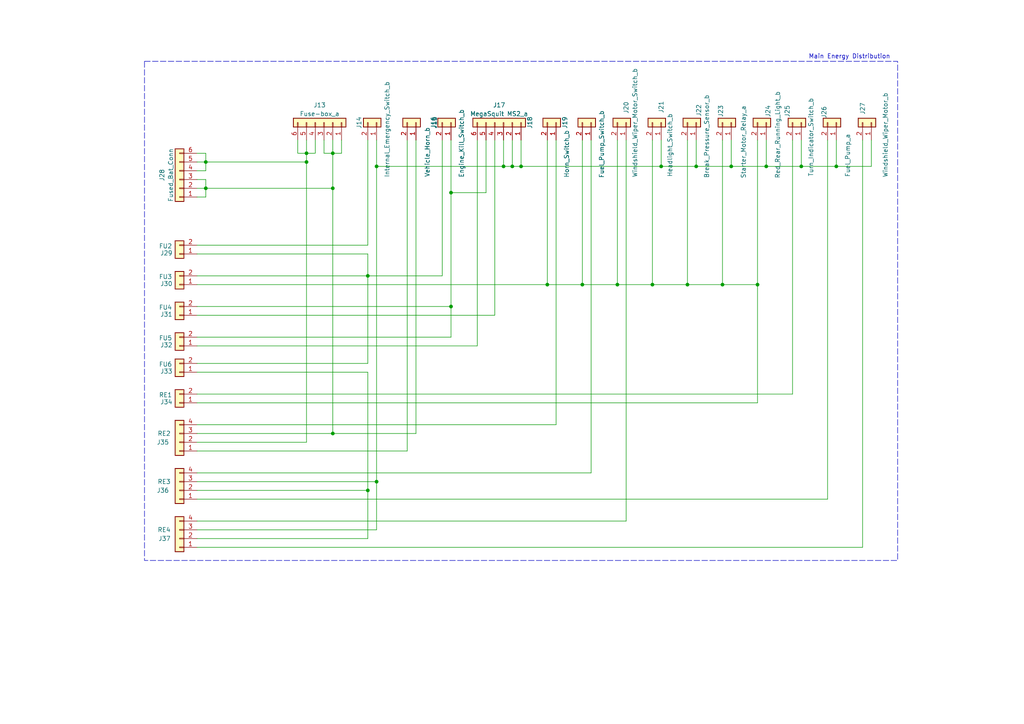
<source format=kicad_sch>
(kicad_sch (version 20250114) (generator "eeschema") (generator_version "9.0")
  (paper "A4")
  (title_block (date "2025-03-21") (rev "V1.0.0"))
  (lib_symbols
    (symbol "Connector_Generic:Conn_01x02" (pin_names (offset 1.016) (hide yes))
      (property "Reference" "J" (at 0 2.54 0))
      (property "Value" "Conn_01x02" (at 0 -5.08 0))
      (symbol "Conn_01x02_1_1"
        (rectangle (start -1.27 1.27) (end 1.27 -3.81) (stroke (width 0.254)) (fill (type background)))
        (rectangle (start -1.27 0.127) (end 0 -0.127) (stroke (width 0.1524)))
        (rectangle (start -1.27 -2.413) (end 0 -2.667) (stroke (width 0.1524)))
        (pin passive line (at -5.08 0 0) (length 3.81) (name "Pin_1") (number "1"))
        (pin passive line (at -5.08 -2.54 0) (length 3.81) (name "Pin_2") (number "2"))
      )
    )
    (symbol "Connector_Generic:Conn_01x04" (pin_names (offset 1.016) (hide yes))
      (property "Reference" "J" (at 0 5.08 0))
      (property "Value" "Conn_01x04" (at 0 -7.62 0))
      (symbol "Conn_01x04_1_1"
        (rectangle (start -1.27 3.81) (end 1.27 -6.35) (stroke (width 0.254)) (fill (type background)))
        (rectangle (start -1.27 2.667) (end 0 2.413) (stroke (width 0.1524)))
        (rectangle (start -1.27 0.127) (end 0 -0.127) (stroke (width 0.1524)))
        (rectangle (start -1.27 -2.413) (end 0 -2.667) (stroke (width 0.1524)))
        (rectangle (start -1.27 -4.953) (end 0 -5.207) (stroke (width 0.1524)))
        (pin passive line (at -5.08 2.54 0) (length 3.81) (name "Pin_1") (number "1"))
        (pin passive line (at -5.08 0 0) (length 3.81) (name "Pin_2") (number "2"))
        (pin passive line (at -5.08 -2.54 0) (length 3.81) (name "Pin_3") (number "3"))
        (pin passive line (at -5.08 -5.08 0) (length 3.81) (name "Pin_4") (number "4"))
      )
    )
    (symbol "Connector_Generic:Conn_01x06" (pin_names (offset 1.016) (hide yes))
      (property "Reference" "J" (at 0 7.62 0))
      (property "Value" "Conn_01x06" (at 0 -10.16 0))
      (symbol "Conn_01x06_1_1"
        (rectangle (start -1.27 6.35) (end 1.27 -8.89) (stroke (width 0.254)) (fill (type background)))
        (rectangle (start -1.27 5.207) (end 0 4.953) (stroke (width 0.1524)))
        (rectangle (start -1.27 2.667) (end 0 2.413) (stroke (width 0.1524)))
        (rectangle (start -1.27 0.127) (end 0 -0.127) (stroke (width 0.1524)))
        (rectangle (start -1.27 -2.413) (end 0 -2.667) (stroke (width 0.1524)))
        (rectangle (start -1.27 -4.953) (end 0 -5.207) (stroke (width 0.1524)))
        (rectangle (start -1.27 -7.493) (end 0 -7.747) (stroke (width 0.1524)))
        (pin passive line (at -5.08 5.08 0) (length 3.81) (name "Pin_1") (number "1"))
        (pin passive line (at -5.08 2.54 0) (length 3.81) (name "Pin_2") (number "2"))
        (pin passive line (at -5.08 0 0) (length 3.81) (name "Pin_3") (number "3"))
        (pin passive line (at -5.08 -2.54 0) (length 3.81) (name "Pin_4") (number "4"))
        (pin passive line (at -5.08 -5.08 0) (length 3.81) (name "Pin_5") (number "5"))
        (pin passive line (at -5.08 -7.62 0) (length 3.81) (name "Pin_6") (number "6"))
      )
    )
  )
  (rectangle (start 41.91 17.78) (end 260.35 162.56) (stroke (width 0) (type dash)))
  (text "Main Energy Distribution" (at 246.38 16.51 0) (effects (font (size 1.27 1.27))))
  (junction (at 151.13 48.26))
  (junction (at 106.68 80.01))
  (junction (at 242.57 48.26))
  (junction (at 222.25 48.26))
  (junction (at 179.07 82.55))
  (junction (at 191.77 48.26))
  (junction (at 189.23 82.55))
  (junction (at 88.9 44.45))
  (junction (at 209.55 82.55))
  (junction (at 219.71 82.55))
  (junction (at 146.05 48.26))
  (junction (at 168.91 82.55))
  (junction (at 109.22 48.26))
  (junction (at 106.68 142.24))
  (junction (at 130.81 55.88))
  (junction (at 158.75 82.55))
  (junction (at 148.59 48.26))
  (junction (at 201.93 48.26))
  (junction (at 96.52 125.73))
  (junction (at 130.81 88.9))
  (junction (at 232.41 48.26))
  (junction (at 212.09 48.26))
  (junction (at 199.39 82.55))
  (junction (at 59.69 54.61))
  (junction (at 109.22 139.7))
  (junction (at 96.52 44.45))
  (junction (at 59.69 46.99))
  (junction (at 88.9 46.99))
  (junction (at 96.52 54.61))
  (wire (pts (xy 191.77 40.64) (xy 191.77 48.26)))
  (wire (pts (xy 179.07 40.64) (xy 179.07 82.55)))
  (wire (pts (xy 59.69 54.61) (xy 96.52 54.61)))
  (wire (pts (xy 232.41 40.64) (xy 232.41 48.26)))
  (wire (pts (xy 57.15 142.24) (xy 106.68 142.24)))
  (wire (pts (xy 128.27 40.64) (xy 128.27 80.01)))
  (wire (pts (xy 219.71 116.84) (xy 219.71 82.55)))
  (wire (pts (xy 106.68 40.64) (xy 106.68 71.12)))
  (wire (pts (xy 130.81 40.64) (xy 130.81 55.88)))
  (wire (pts (xy 250.19 40.64) (xy 250.19 158.75)))
  (wire (pts (xy 240.03 40.64) (xy 240.03 144.78)))
  (wire (pts (xy 57.15 82.55) (xy 158.75 82.55)))
  (wire (pts (xy 59.69 52.07) (xy 59.69 54.61)))
  (wire (pts (xy 106.68 107.95) (xy 106.68 142.24)))
  (wire (pts (xy 171.45 40.64) (xy 171.45 137.16)))
  (wire (pts (xy 179.07 82.55) (xy 189.23 82.55)))
  (wire (pts (xy 57.15 158.75) (xy 250.19 158.75)))
  (wire (pts (xy 212.09 48.26) (xy 222.25 48.26)))
  (wire (pts (xy 99.06 40.64) (xy 99.06 44.45)))
  (wire (pts (xy 57.15 151.13) (xy 181.61 151.13)))
  (wire (pts (xy 199.39 82.55) (xy 209.55 82.55)))
  (wire (pts (xy 140.97 40.64) (xy 140.97 55.88)))
  (wire (pts (xy 106.68 80.01) (xy 128.27 80.01)))
  (wire (pts (xy 57.15 73.66) (xy 106.68 73.66)))
  (wire (pts (xy 140.97 55.88) (xy 130.81 55.88)))
  (wire (pts (xy 151.13 40.64) (xy 151.13 48.26)))
  (wire (pts (xy 212.09 40.64) (xy 212.09 48.26)))
  (wire (pts (xy 88.9 40.64) (xy 88.9 44.45)))
  (wire (pts (xy 219.71 40.64) (xy 219.71 82.55)))
  (wire (pts (xy 109.22 48.26) (xy 109.22 139.7)))
  (wire (pts (xy 148.59 40.64) (xy 148.59 48.26)))
  (wire (pts (xy 252.73 40.64) (xy 252.73 48.26)))
  (wire (pts (xy 168.91 40.64) (xy 168.91 82.55)))
  (wire (pts (xy 146.05 40.64) (xy 146.05 48.26)))
  (wire (pts (xy 59.69 46.99) (xy 88.9 46.99)))
  (wire (pts (xy 106.68 105.41) (xy 57.15 105.41)))
  (wire (pts (xy 57.15 91.44) (xy 143.51 91.44)))
  (wire (pts (xy 57.15 54.61) (xy 59.69 54.61)))
  (wire (pts (xy 120.65 40.64) (xy 120.65 125.73)))
  (wire (pts (xy 199.39 40.64) (xy 199.39 82.55)))
  (wire (pts (xy 148.59 48.26) (xy 151.13 48.26)))
  (wire (pts (xy 57.15 137.16) (xy 171.45 137.16)))
  (wire (pts (xy 96.52 54.61) (xy 96.52 125.73)))
  (wire (pts (xy 57.15 130.81) (xy 118.11 130.81)))
  (wire (pts (xy 86.36 40.64) (xy 86.36 44.45)))
  (wire (pts (xy 59.69 44.45) (xy 59.69 46.99)))
  (wire (pts (xy 158.75 82.55) (xy 168.91 82.55)))
  (wire (pts (xy 57.15 125.73) (xy 96.52 125.73)))
  (wire (pts (xy 201.93 40.64) (xy 201.93 48.26)))
  (wire (pts (xy 59.69 54.61) (xy 59.69 57.15)))
  (wire (pts (xy 158.75 40.64) (xy 158.75 82.55)))
  (wire (pts (xy 57.15 139.7) (xy 109.22 139.7)))
  (wire (pts (xy 138.43 40.64) (xy 138.43 100.33)))
  (wire (pts (xy 57.15 44.45) (xy 59.69 44.45)))
  (wire (pts (xy 57.15 144.78) (xy 240.03 144.78)))
  (wire (pts (xy 229.87 40.64) (xy 229.87 114.3)))
  (wire (pts (xy 146.05 48.26) (xy 148.59 48.26)))
  (wire (pts (xy 189.23 40.64) (xy 189.23 82.55)))
  (wire (pts (xy 109.22 40.64) (xy 109.22 48.26)))
  (wire (pts (xy 242.57 40.64) (xy 242.57 48.26)))
  (wire (pts (xy 59.69 46.99) (xy 59.69 49.53)))
  (wire (pts (xy 88.9 44.45) (xy 91.44 44.45)))
  (wire (pts (xy 57.15 88.9) (xy 130.81 88.9)))
  (wire (pts (xy 57.15 71.12) (xy 106.68 71.12)))
  (wire (pts (xy 88.9 44.45) (xy 88.9 46.99)))
  (wire (pts (xy 57.15 52.07) (xy 59.69 52.07)))
  (wire (pts (xy 106.68 142.24) (xy 106.68 156.21)))
  (wire (pts (xy 106.68 73.66) (xy 106.68 80.01)))
  (wire (pts (xy 232.41 48.26) (xy 242.57 48.26)))
  (wire (pts (xy 96.52 44.45) (xy 96.52 54.61)))
  (wire (pts (xy 96.52 44.45) (xy 99.06 44.45)))
  (wire (pts (xy 57.15 97.79) (xy 130.81 97.79)))
  (wire (pts (xy 91.44 40.64) (xy 91.44 44.45)))
  (wire (pts (xy 96.52 125.73) (xy 120.65 125.73)))
  (wire (pts (xy 57.15 46.99) (xy 59.69 46.99)))
  (wire (pts (xy 93.98 40.64) (xy 93.98 44.45)))
  (wire (pts (xy 57.15 80.01) (xy 106.68 80.01)))
  (wire (pts (xy 57.15 116.84) (xy 219.71 116.84)))
  (wire (pts (xy 57.15 114.3) (xy 229.87 114.3)))
  (wire (pts (xy 242.57 48.26) (xy 252.73 48.26)))
  (wire (pts (xy 59.69 57.15) (xy 57.15 57.15)))
  (wire (pts (xy 201.93 48.26) (xy 212.09 48.26)))
  (wire (pts (xy 222.25 40.64) (xy 222.25 48.26)))
  (wire (pts (xy 57.15 123.19) (xy 161.29 123.19)))
  (wire (pts (xy 209.55 82.55) (xy 219.71 82.55)))
  (wire (pts (xy 181.61 40.64) (xy 181.61 151.13)))
  (wire (pts (xy 57.15 128.27) (xy 88.9 128.27)))
  (wire (pts (xy 118.11 40.64) (xy 118.11 130.81)))
  (wire (pts (xy 57.15 153.67) (xy 109.22 153.67)))
  (wire (pts (xy 209.55 40.64) (xy 209.55 82.55)))
  (wire (pts (xy 191.77 48.26) (xy 201.93 48.26)))
  (wire (pts (xy 96.52 40.64) (xy 96.52 44.45)))
  (wire (pts (xy 151.13 48.26) (xy 191.77 48.26)))
  (wire (pts (xy 222.25 48.26) (xy 232.41 48.26)))
  (wire (pts (xy 57.15 156.21) (xy 106.68 156.21)))
  (wire (pts (xy 161.29 40.64) (xy 161.29 123.19)))
  (wire (pts (xy 130.81 97.79) (xy 130.81 88.9)))
  (wire (pts (xy 57.15 100.33) (xy 138.43 100.33)))
  (wire (pts (xy 57.15 107.95) (xy 106.68 107.95)))
  (wire (pts (xy 88.9 46.99) (xy 88.9 128.27)))
  (wire (pts (xy 86.36 44.45) (xy 88.9 44.45)))
  (wire (pts (xy 143.51 40.64) (xy 143.51 91.44)))
  (wire (pts (xy 93.98 44.45) (xy 96.52 44.45)))
  (wire (pts (xy 130.81 55.88) (xy 130.81 88.9)))
  (wire (pts (xy 106.68 80.01) (xy 106.68 105.41)))
  (wire (pts (xy 59.69 49.53) (xy 57.15 49.53)))
  (wire (pts (xy 109.22 48.26) (xy 146.05 48.26)))
  (wire (pts (xy 168.91 82.55) (xy 179.07 82.55)))
  (wire (pts (xy 189.23 82.55) (xy 199.39 82.55)))
  (wire (pts (xy 109.22 139.7) (xy 109.22 153.67)))
  (symbol (lib_id "Connector_Generic:Conn_01x04") (at 52.07 142.24 180) (unit 1)
    (property "Reference" "J36" (at 47.244 142.24 0))
    (property "Value" "RE3" (at 49.53 139.7001 0) (effects (justify left)))
    (property "Description" "Generic connector, single row, 01x04, script generated (kicad-library-utils/schlib/autogen/connector/)" (effects (hide yes)))
  )
  (symbol (lib_id "Connector_Generic:Conn_01x02") (at 52.07 116.84 180) (unit 1)
    (property "Reference" "J34" (at 48.26 116.586 0))
    (property "Value" "RE1" (at 48.006 114.554 0))
    (property "Description" "Generic connector, single row, 01x02, script generated (kicad-library-utils/schlib/autogen/connector/)" (effects (hide yes)))
  )
  (symbol (lib_id "Connector_Generic:Conn_01x06") (at 93.98 35.56 270) (mirror x) (unit 1)
    (property "Reference" "J13" (at 92.71 30.48 90))
    (property "Value" "Fuse-box_a" (at 92.71 33.02 90))
    (property "Description" "Generic connector, single row, 01x06, script generated (kicad-library-utils/schlib/autogen/connector/)" (effects (hide yes)))
  )
  (symbol (lib_id "Connector_Generic:Conn_01x06") (at 146.05 35.56 270) (mirror x) (unit 1)
    (property "Reference" "J17" (at 144.78 30.48 90))
    (property "Value" "MegaSquit MS2_a" (at 144.78 33.02 90))
    (property "Description" "Generic connector, single row, 01x06, script generated (kicad-library-utils/schlib/autogen/connector/)" (effects (hide yes)))
  )
  (symbol (lib_id "Connector_Generic:Conn_01x02") (at 171.45 35.56 270) (mirror x) (unit 1)
    (property "Reference" "J19" (at 163.83 35.56 0))
    (property "Value" "Fuel_Pump_Switch_b" (at 174.498 41.8306 0))
    (property "Description" "Generic connector, single row, 01x02, script generated (kicad-library-utils/schlib/autogen/connector/)" (effects (hide yes)))
  )
  (symbol (lib_id "Connector_Generic:Conn_01x02") (at 109.22 35.56 270) (mirror x) (unit 1)
    (property "Reference" "J14" (at 104.14 35.56 0))
    (property "Value" "Internal_Emergency_Switch_b" (at 112.268 37.5126 0))
    (property "Description" "Generic connector, single row, 01x02, script generated (kicad-library-utils/schlib/autogen/connector/)" (effects (hide yes)))
  )
  (symbol (lib_id "Connector_Generic:Conn_01x02") (at 52.07 73.66 180) (unit 1)
    (property "Reference" "J29" (at 48.26 73.406 0))
    (property "Value" "FU2" (at 48.006 71.374 0))
    (property "Description" "Generic connector, single row, 01x02, script generated (kicad-library-utils/schlib/autogen/connector/)" (effects (hide yes)))
  )
  (symbol (lib_id "Connector_Generic:Conn_01x02") (at 52.07 82.55 180) (unit 1)
    (property "Reference" "J30" (at 48.26 82.296 0))
    (property "Value" "FU3" (at 48.006 80.264 0))
    (property "Description" "Generic connector, single row, 01x02, script generated (kicad-library-utils/schlib/autogen/connector/)" (effects (hide yes)))
  )
  (symbol (lib_id "Connector_Generic:Conn_01x04") (at 52.07 156.21 180) (unit 1)
    (property "Reference" "J37" (at 49.53 156.2101 0) (effects (justify left)))
    (property "Value" "RE4" (at 49.53 153.6701 0) (effects (justify left)))
    (property "Description" "Generic connector, single row, 01x04, script generated (kicad-library-utils/schlib/autogen/connector/)" (effects (hide yes)))
  )
  (symbol (lib_id "Connector_Generic:Conn_01x02") (at 52.07 107.95 180) (unit 1)
    (property "Reference" "J33" (at 48.26 107.696 0))
    (property "Value" "FU6" (at 48.006 105.664 0))
    (property "Description" "Generic connector, single row, 01x02, script generated (kicad-library-utils/schlib/autogen/connector/)" (effects (hide yes)))
  )
  (symbol (lib_id "Connector_Generic:Conn_01x02") (at 201.93 35.56 270) (mirror x) (unit 1)
    (property "Reference" "J22" (at 202.692 32.004 0))
    (property "Value" "Break_Pressure_Sensor_b" (at 204.978 39.5446 0))
    (property "Description" "Generic connector, single row, 01x02, script generated (kicad-library-utils/schlib/autogen/connector/)" (effects (hide yes)))
  )
  (symbol (lib_id "Connector_Generic:Conn_01x02") (at 130.81 35.56 270) (mirror x) (unit 1)
    (property "Reference" "J16" (at 125.73 35.56 0))
    (property "Value" "Engine_Kill_Switch_b" (at 133.858 41.5766 0))
    (property "Description" "Generic connector, single row, 01x02, script generated (kicad-library-utils/schlib/autogen/connector/)" (effects (hide yes)))
  )
  (symbol (lib_id "Connector_Generic:Conn_01x02") (at 120.65 35.56 270) (mirror x) (unit 1)
    (property "Reference" "J15" (at 126.0559 35.56 0))
    (property "Value" "Vehicle_Horn_b" (at 123.952 44.1166 0))
    (property "Description" "Generic connector, single row, 01x02, script generated (kicad-library-utils/schlib/autogen/connector/)" (effects (hide yes)))
  )
  (symbol (lib_id "Connector_Generic:Conn_01x02") (at 52.07 100.33 180) (unit 1)
    (property "Reference" "J32" (at 48.26 100.076 0))
    (property "Value" "FU5" (at 48.006 98.044 0))
    (property "Description" "Generic connector, single row, 01x02, script generated (kicad-library-utils/schlib/autogen/connector/)" (effects (hide yes)))
  )
  (symbol (lib_id "Connector_Generic:Conn_01x02") (at 222.25 35.56 270) (mirror x) (unit 1)
    (property "Reference" "J24" (at 222.758 34.036 0) (effects (justify left)))
    (property "Value" "Red_Rear_Running_Light_b" (at 225.552 51.7366 0) (effects (justify left)))
    (property "Description" "Generic connector, single row, 01x02, script generated (kicad-library-utils/schlib/autogen/connector/)" (effects (hide yes)))
  )
  (symbol (lib_id "Connector_Generic:Conn_01x02") (at 212.09 35.56 270) (mirror x) (unit 1)
    (property "Reference" "J23" (at 209.042 34.036 0) (effects (justify left)))
    (property "Value" "Starter_Motor_Relay_a" (at 215.646 51.7366 0) (effects (justify left)))
    (property "Description" "Generic connector, single row, 01x02, script generated (kicad-library-utils/schlib/autogen/connector/)" (effects (hide yes)))
  )
  (symbol (lib_id "Connector_Generic:Conn_01x02") (at 232.41 35.56 270) (mirror x) (unit 1)
    (property "Reference" "J25" (at 228.346 32.258 0))
    (property "Value" "Turn_Indicator_Switch_b" (at 235.204 39.7986 0))
    (property "Description" "Generic connector, single row, 01x02, script generated (kicad-library-utils/schlib/autogen/connector/)" (effects (hide yes)))
  )
  (symbol (lib_id "Connector_Generic:Conn_01x02") (at 52.07 91.44 180) (unit 1)
    (property "Reference" "J31" (at 48.26 91.186 0))
    (property "Value" "FU4" (at 48.006 89.154 0))
    (property "Description" "Generic connector, single row, 01x02, script generated (kicad-library-utils/schlib/autogen/connector/)" (effects (hide yes)))
  )
  (symbol (lib_id "Connector_Generic:Conn_01x06") (at 52.07 52.07 180) (unit 1)
    (property "Reference" "J28" (at 46.99 50.8 90))
    (property "Value" "Fused_Bat_Conn" (at 49.53 50.8 90))
    (property "Description" "Generic connector, single row, 01x06, script generated (kicad-library-utils/schlib/autogen/connector/)" (effects (hide yes)))
  )
  (symbol (lib_id "Connector_Generic:Conn_01x02") (at 242.57 35.56 270) (mirror x) (unit 1)
    (property "Reference" "J26" (at 239.014 30.734 0) (effects (justify right)))
    (property "Value" "Fuel_Pump_a" (at 245.872 38.7826 0) (effects (justify right)))
    (property "Description" "Generic connector, single row, 01x02, script generated (kicad-library-utils/schlib/autogen/connector/)" (effects (hide yes)))
  )
  (symbol (lib_id "Connector_Generic:Conn_01x04") (at 52.07 128.27 180) (unit 1)
    (property "Reference" "J35" (at 47.244 128.27 0))
    (property "Value" "RE2" (at 49.53 125.7301 0) (effects (justify left)))
    (property "Description" "Generic connector, single row, 01x04, script generated (kicad-library-utils/schlib/autogen/connector/)" (effects (hide yes)))
  )
  (symbol (lib_id "Connector_Generic:Conn_01x02") (at 161.29 35.56 270) (mirror x) (unit 1)
    (property "Reference" "J18" (at 153.67 35.56 0))
    (property "Value" "Horn_Switch_b" (at 164.338 44.6246 0))
    (property "Description" "Generic connector, single row, 01x02, script generated (kicad-library-utils/schlib/autogen/connector/)" (effects (hide yes)))
  )
  (symbol (lib_id "Connector_Generic:Conn_01x02") (at 252.73 35.56 270) (mirror x) (unit 1)
    (property "Reference" "J27" (at 250.19 33.274 0) (effects (justify left)))
    (property "Value" "Windshield_Wiper_Motor_b" (at 256.794 51.4826 0) (effects (justify left)))
    (property "Description" "Generic connector, single row, 01x02, script generated (kicad-library-utils/schlib/autogen/connector/)" (effects (hide yes)))
  )
  (symbol (lib_id "Connector_Generic:Conn_01x02") (at 191.77 35.56 270) (mirror x) (unit 1)
    (property "Reference" "J21" (at 191.7701 32.8454 0) (effects (justify left)))
    (property "Value" "Headlight_Switch_b" (at 194.31 51.308 0) (effects (justify left)))
    (property "Description" "Generic connector, single row, 01x02, script generated (kicad-library-utils/schlib/autogen/connector/)" (effects (hide yes)))
  )
  (symbol (lib_id "Connector_Generic:Conn_01x02") (at 181.61 35.56 270) (mirror x) (unit 1)
    (property "Reference" "J20" (at 181.6101 33.02 0) (effects (justify left)))
    (property "Value" "Windshield_Wiper_Motor_Switch_b" (at 184.15 51.4826 0) (effects (justify left)))
    (property "Description" "Generic connector, single row, 01x02, script generated (kicad-library-utils/schlib/autogen/connector/)" (effects (hide yes)))
  )
)
</source>
